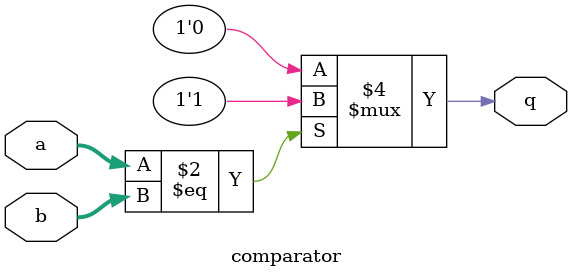
<source format=sv>
`timescale 1ns / 1ps

module comparator(
    input [13:0]a,
    input [13:0]b,
    output logic q
    );

    always @(*) begin
        if(a == b)
         q = 1;
        else
         q = 0;
    end 

endmodule

</source>
